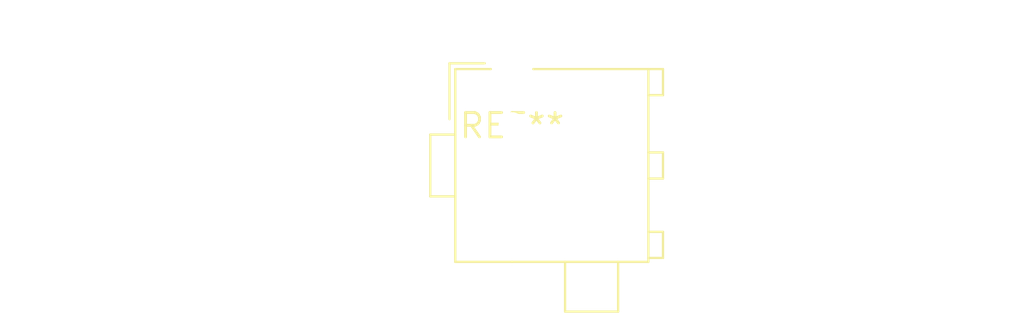
<source format=kicad_pcb>
(kicad_pcb (version 20240108) (generator pcbnew)
  (layers (0 "F.Cu" signal) (31 "B.Cu" signal) (34 "B.Paste" user) (35 "F.Paste" user) (36 "B.SilkS" user "B.Silkscreen") (37 "F.SilkS" user "F.Silkscreen") (38 "B.Mask" user) (39 "F.Mask" user) (44 "Edge.Cuts" user))
  (net 0 "")
  (footprint "TE_MATE-N-LOK_1-770874-x_2x02_P4.14mm_Vertical" (layer "F.Cu") (at 0 0)
    (property "Reference" "REF**")
    (property "Value" "TE_MATE-N-LOK_1-770874-x_2x02_P4.14mm_Vertical")
    (fp_line (start -4.255 0.46) (end -4.255 3.68) (layer "F.SilkS") (stroke (width 0.12)))
    (fp_line (start -4.255 3.68) (end -2.955 3.68) (layer "F.SilkS") (stroke (width 0.12)))
    (fp_line (start -3.255 -3.255) (end -3.255 -0.345) (layer "F.SilkS") (stroke (width 0.12)))
    (fp_line (start -2.955 -2.955) (end -2.955 7.095) (layer "F.SilkS") (stroke (width 0.12)))
    (fp_line (start -2.955 0.46) (end -4.255 0.46) (layer "F.SilkS") (stroke (width 0.12)))
    (fp_line (start -2.955 7.095) (end 0 7.095) (layer "F.SilkS") (stroke (width 0.12)))
    (fp_line (start -1.42066 -3.255) (end -3.255 -3.255) (layer "F.SilkS") (stroke (width 0.12)))
    (fp_line (start -1.103302 -2.955) (end -2.955 -2.955) (layer "F.SilkS") (stroke (width 0.12)))
    (fp_line (start 1.103302 -2.955) (end 7.095 -2.955) (layer "F.SilkS") (stroke (width 0.12)))
    (fp_line (start 2.76 7.095) (end 2.76 9.686) (layer "F.SilkS") (stroke (width 0.12)))
    (fp_line (start 2.76 9.686) (end 5.52 9.686) (layer "F.SilkS") (stroke (width 0.12)))
    (fp_line (start 5.52 9.686) (end 5.52 7.095) (layer "F.SilkS") (stroke (width 0.12)))
    (fp_line (start 7.095 -2.955) (end 7.095 7.095) (layer "F.SilkS") (stroke (width 0.12)))
    (fp_line (start 7.095 -2.955) (end 7.855 -2.955) (layer "F.SilkS") (stroke (width 0.12)))
    (fp_line (start 7.095 1.39) (end 7.855 1.39) (layer "F.SilkS") (stroke (width 0.12)))
    (fp_line (start 7.095 5.53) (end 7.855 5.53) (layer "F.SilkS") (stroke (width 0.12)))
    (fp_line (start 7.095 7.095) (end 0 7.095) (layer "F.SilkS") (stroke (width 0.12)))
    (fp_line (start 7.855 -2.955) (end 7.855 -1.595) (layer "F.SilkS") (stroke (width 0.12)))
    (fp_line (start 7.855 -1.595) (end 7.095 -1.595) (layer "F.SilkS") (stroke (width 0.12)))
    (fp_line (start 7.855 1.39) (end 7.855 2.75) (layer "F.SilkS") (stroke (width 0.12)))
    (fp_line (start 7.855 2.75) (end 7.095 2.75) (layer "F.SilkS") (stroke (width 0.12)))
    (fp_line (start 7.855 5.53) (end 7.855 6.89) (layer "F.SilkS") (stroke (width 0.12)))
    (fp_line (start 7.855 6.89) (end 7.095 6.89) (layer "F.SilkS") (stroke (width 0.12)))
    (pad "" np_thru_hole circle (at 0 -4.44) (size 3.18 3.18) (drill 3.18) (layers *.Cu *.Mask))
    (pad "1" thru_hole roundrect (at 0 0) (size 2.64 2.64) (drill 1.4) (layers *.Cu *.Mask) (remove_unused_layers) (roundrect_rratio 0.094697))
    (pad "2" thru_hole circle (at 0 4.14) (size 2.64 2.64) (drill 1.4) (layers *.Cu *.Mask) (remove_unused_layers))
    (pad "3" thru_hole circle (at 4.14 0) (size 2.64 2.64) (drill 1.4) (layers *.Cu *.Mask) (remove_unused_layers))
    (pad "4" thru_hole circle (at 4.14 4.14) (size 2.64 2.64) (drill 1.4) (layers *.Cu *.Mask) (remove_unused_layers))
  )
)
</source>
